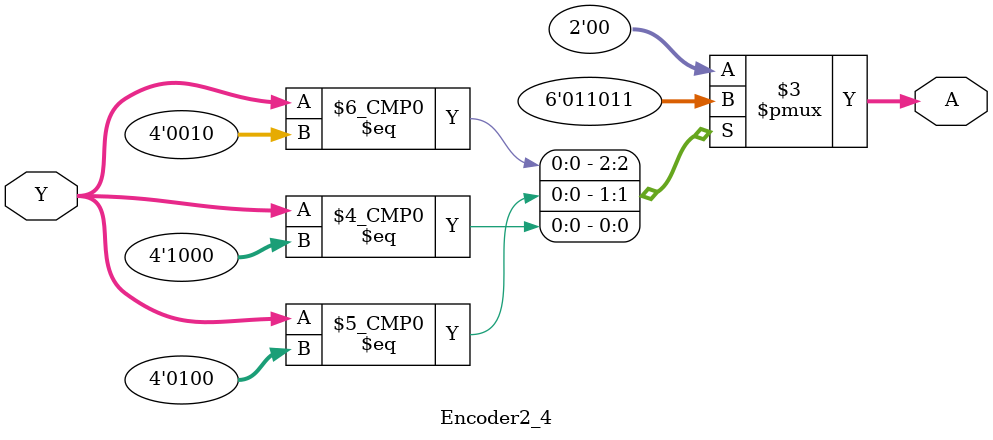
<source format=v>
module Encoder2_4(
    input wire [3:0] Y,    
    output reg [1:0] A     
);

always @(*) begin
    case (Y)
        4'b0001: A = 2'b00;
        4'b0010: A = 2'b01; 
        4'b0100: A = 2'b10; 
        4'b1000: A = 2'b11; 
        default: A = 2'b00; 
    endcase
end

endmodule

</source>
